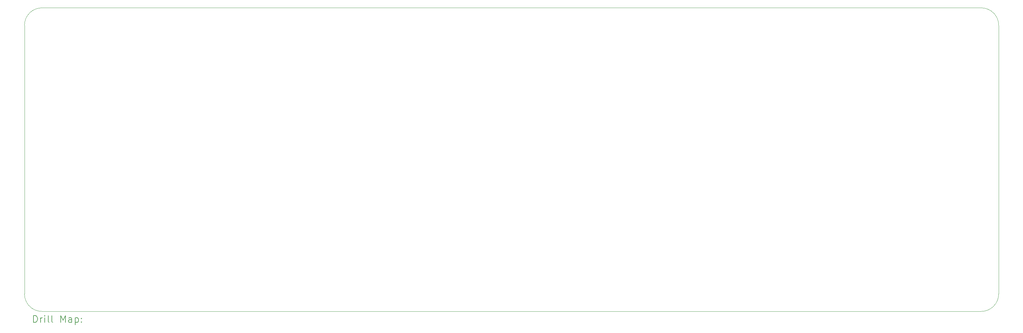
<source format=gbr>
%TF.GenerationSoftware,KiCad,Pcbnew,8.0.4*%
%TF.CreationDate,2024-09-14T23:49:14-04:00*%
%TF.ProjectId,Signal_Processing_Board,5369676e-616c-45f5-9072-6f6365737369,rev?*%
%TF.SameCoordinates,Original*%
%TF.FileFunction,Drillmap*%
%TF.FilePolarity,Positive*%
%FSLAX45Y45*%
G04 Gerber Fmt 4.5, Leading zero omitted, Abs format (unit mm)*
G04 Created by KiCad (PCBNEW 8.0.4) date 2024-09-14 23:49:14*
%MOMM*%
%LPD*%
G01*
G04 APERTURE LIST*
%ADD10C,0.050000*%
%ADD11C,0.200000*%
G04 APERTURE END LIST*
D10*
X34972000Y-9850000D02*
G75*
G02*
X35472000Y-10350000I0J-500000D01*
G01*
X7622000Y-10350000D02*
G75*
G02*
X8122000Y-9850000I500000J0D01*
G01*
X35472000Y-18025000D02*
G75*
G02*
X34972000Y-18525000I-500000J0D01*
G01*
X8122000Y-18525000D02*
G75*
G02*
X7622000Y-18025000I0J500000D01*
G01*
X8122000Y-9850000D02*
X34972000Y-9850000D01*
X35472000Y-10350000D02*
X35472000Y-18025000D01*
X7622000Y-18025000D02*
X7622000Y-10350000D01*
X34972000Y-18525000D02*
X8122000Y-18525000D01*
D11*
X7880277Y-18838984D02*
X7880277Y-18638984D01*
X7880277Y-18638984D02*
X7927896Y-18638984D01*
X7927896Y-18638984D02*
X7956467Y-18648508D01*
X7956467Y-18648508D02*
X7975515Y-18667555D01*
X7975515Y-18667555D02*
X7985039Y-18686603D01*
X7985039Y-18686603D02*
X7994562Y-18724698D01*
X7994562Y-18724698D02*
X7994562Y-18753270D01*
X7994562Y-18753270D02*
X7985039Y-18791365D01*
X7985039Y-18791365D02*
X7975515Y-18810412D01*
X7975515Y-18810412D02*
X7956467Y-18829460D01*
X7956467Y-18829460D02*
X7927896Y-18838984D01*
X7927896Y-18838984D02*
X7880277Y-18838984D01*
X8080277Y-18838984D02*
X8080277Y-18705650D01*
X8080277Y-18743746D02*
X8089801Y-18724698D01*
X8089801Y-18724698D02*
X8099324Y-18715174D01*
X8099324Y-18715174D02*
X8118372Y-18705650D01*
X8118372Y-18705650D02*
X8137420Y-18705650D01*
X8204086Y-18838984D02*
X8204086Y-18705650D01*
X8204086Y-18638984D02*
X8194562Y-18648508D01*
X8194562Y-18648508D02*
X8204086Y-18658031D01*
X8204086Y-18658031D02*
X8213610Y-18648508D01*
X8213610Y-18648508D02*
X8204086Y-18638984D01*
X8204086Y-18638984D02*
X8204086Y-18658031D01*
X8327896Y-18838984D02*
X8308848Y-18829460D01*
X8308848Y-18829460D02*
X8299324Y-18810412D01*
X8299324Y-18810412D02*
X8299324Y-18638984D01*
X8432658Y-18838984D02*
X8413610Y-18829460D01*
X8413610Y-18829460D02*
X8404086Y-18810412D01*
X8404086Y-18810412D02*
X8404086Y-18638984D01*
X8661229Y-18838984D02*
X8661229Y-18638984D01*
X8661229Y-18638984D02*
X8727896Y-18781841D01*
X8727896Y-18781841D02*
X8794563Y-18638984D01*
X8794563Y-18638984D02*
X8794563Y-18838984D01*
X8975515Y-18838984D02*
X8975515Y-18734222D01*
X8975515Y-18734222D02*
X8965991Y-18715174D01*
X8965991Y-18715174D02*
X8946944Y-18705650D01*
X8946944Y-18705650D02*
X8908848Y-18705650D01*
X8908848Y-18705650D02*
X8889801Y-18715174D01*
X8975515Y-18829460D02*
X8956467Y-18838984D01*
X8956467Y-18838984D02*
X8908848Y-18838984D01*
X8908848Y-18838984D02*
X8889801Y-18829460D01*
X8889801Y-18829460D02*
X8880277Y-18810412D01*
X8880277Y-18810412D02*
X8880277Y-18791365D01*
X8880277Y-18791365D02*
X8889801Y-18772317D01*
X8889801Y-18772317D02*
X8908848Y-18762793D01*
X8908848Y-18762793D02*
X8956467Y-18762793D01*
X8956467Y-18762793D02*
X8975515Y-18753270D01*
X9070753Y-18705650D02*
X9070753Y-18905650D01*
X9070753Y-18715174D02*
X9089801Y-18705650D01*
X9089801Y-18705650D02*
X9127896Y-18705650D01*
X9127896Y-18705650D02*
X9146944Y-18715174D01*
X9146944Y-18715174D02*
X9156467Y-18724698D01*
X9156467Y-18724698D02*
X9165991Y-18743746D01*
X9165991Y-18743746D02*
X9165991Y-18800889D01*
X9165991Y-18800889D02*
X9156467Y-18819936D01*
X9156467Y-18819936D02*
X9146944Y-18829460D01*
X9146944Y-18829460D02*
X9127896Y-18838984D01*
X9127896Y-18838984D02*
X9089801Y-18838984D01*
X9089801Y-18838984D02*
X9070753Y-18829460D01*
X9251705Y-18819936D02*
X9261229Y-18829460D01*
X9261229Y-18829460D02*
X9251705Y-18838984D01*
X9251705Y-18838984D02*
X9242182Y-18829460D01*
X9242182Y-18829460D02*
X9251705Y-18819936D01*
X9251705Y-18819936D02*
X9251705Y-18838984D01*
X9251705Y-18715174D02*
X9261229Y-18724698D01*
X9261229Y-18724698D02*
X9251705Y-18734222D01*
X9251705Y-18734222D02*
X9242182Y-18724698D01*
X9242182Y-18724698D02*
X9251705Y-18715174D01*
X9251705Y-18715174D02*
X9251705Y-18734222D01*
M02*

</source>
